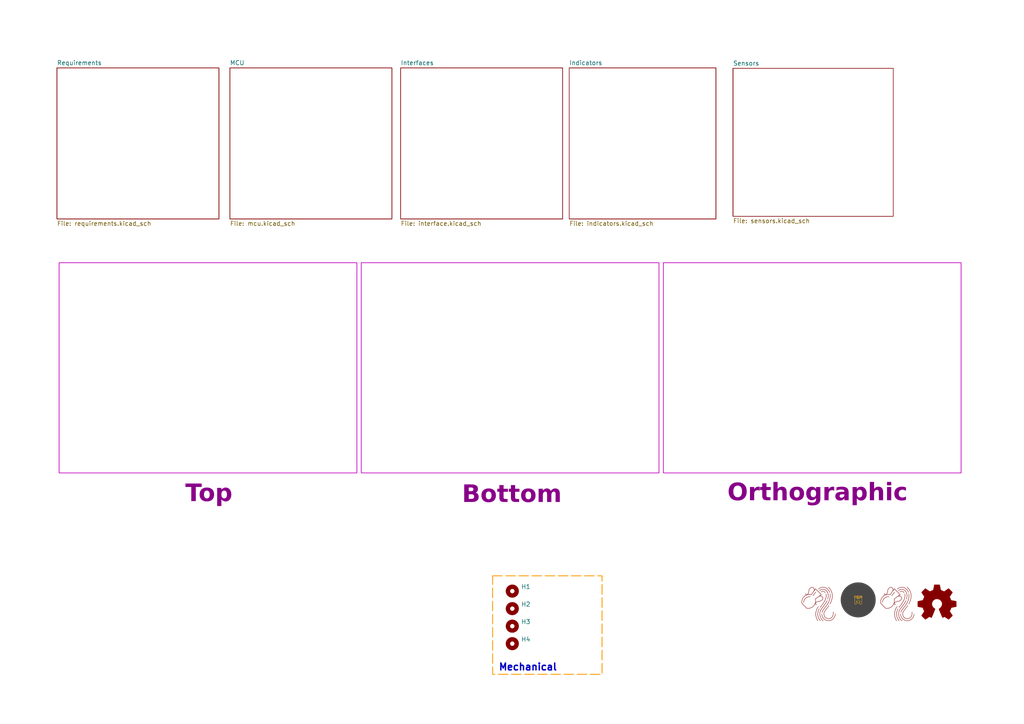
<source format=kicad_sch>
(kicad_sch (version 20250114) (generator "eeschema") (generator_version "9.0")
  (paper "A4")
  (title_block (title "Environment Module") (date "<<release-date>>") (rev "<<tag>>") (comment 1 "<<hash>>"))
  (lib_symbols
    (symbol "CRGM Logos:Aquarius Logo")
    (symbol "CRGM Logos:CRGM Logo")
    (symbol "Graphic:Logo_Open_Hardware_Small" (in_bom no) (on_board no))
    (symbol "Mechanical:MountingHole" (pin_names (offset 1.016)) (in_bom no)
      (property "Reference" "H" (at 0 5.08 0))
      (property "Value" "MountingHole" (at 0 3.175 0))
    )
  )
  (rectangle (start 142.875 167.005) (end 174.625 195.58) (stroke (width 0.254) (type dash) (color 255 153 0 1)))
  (rectangle (start 17.145 76.2) (end 103.505 137.16) (stroke (width 0.2) (color 194 0 194 1)))
  (rectangle (start 104.775 76.2) (end 191.135 137.16) (stroke (width 0.2) (color 194 0 194 1)))
  (rectangle (start 192.405 76.2) (end 278.765 137.16) (stroke (width 0.2) (color 194 0 194 1)))
  (text "Mechanical" (at 144.526 194.818 0) (effects (font (size 2 2) (thickness 0.4) (bold yes)) (justify left bottom)))
  (text "Bottom" (at 148.463 145.034 0) (effects (font (size 5 5) (bold yes))))
  (text "Orthographic" (at 237.109 144.526 0) (effects (font (size 5 5) (bold yes))))
  (text "Top" (at 60.579 144.78 0) (effects (font (size 5 5) (bold yes))))
  (symbol (lib_id "Mechanical:MountingHole") (at 148.59 171.45 0) (unit 1) (in_bom no)
    (property "Reference" "H1" (at 151.13 170.1799 0) (effects (justify left)))
    (property "Value" "MountingHole" (effects (hide yes)))
    (property "Footprint" "CRGM Mechanical:MountingHole_3.2mm_M3_Pad_Via" (effects (hide yes)))
    (property "Description" "Mounting Hole without connection" (effects (hide yes)))
  )
  (symbol (lib_id "CRGM Logos:Aquarius Logo") (at 260.35 175.26 0) (unit 1) (in_bom no)
    (property "Reference" "LOGO1" (effects (hide yes)))
    (property "Footprint" "CRGM Logos:Aquarius Logo 8mm" (effects (hide yes)))
  )
  (symbol (lib_id "Mechanical:MountingHole") (at 148.59 181.61 0) (unit 1) (in_bom no)
    (property "Reference" "H3" (at 151.13 180.3399 0) (effects (justify left)))
    (property "Value" "MountingHole" (effects (hide yes)))
    (property "Footprint" "CRGM Mechanical:MountingHole_3.2mm_M3_Pad_Via" (effects (hide yes)))
    (property "Description" "Mounting Hole without connection" (effects (hide yes)))
  )
  (symbol (lib_id "Graphic:Logo_Open_Hardware_Small") (at 271.78 175.26 0) (unit 1) (in_bom no)
    (property "Reference" "LOGO3" (effects (hide yes)))
    (property "Value" "Logo_Open_Hardware_Small" (effects (hide yes)))
    (property "Footprint" "Symbol:OSHW-Logo_5.7x6mm_SilkScreen" (effects (hide yes)))
    (property "Description" "Open Hardware logo, small" (effects (hide yes)))
  )
  (symbol (lib_id "Mechanical:MountingHole") (at 148.59 176.53 0) (unit 1) (in_bom no)
    (property "Reference" "H2" (at 151.13 175.2599 0) (effects (justify left)))
    (property "Value" "MountingHole" (effects (hide yes)))
    (property "Footprint" "CRGM Mechanical:MountingHole_3.2mm_M3_Pad_Via" (effects (hide yes)))
    (property "Description" "Mounting Hole without connection" (effects (hide yes)))
  )
  (symbol (lib_id "CRGM Logos:CRGM Logo") (at 248.92 173.99 0) (unit 1) (in_bom no)
    (property "Reference" "LOGO4" (effects (hide yes)))
    (property "Value" "~" (at 248.92 173.99 0))
    (property "Footprint" "CRGM Logos:CRGM Logo 5mm" (effects (hide yes)))
  )
  (symbol (lib_id "CRGM Logos:Aquarius Logo") (at 237.49 175.26 0) (unit 1) (in_bom no)
    (property "Reference" "LOGO2" (effects (hide yes)))
    (property "Footprint" "CRGM Logos:Aquarius Logo 8mm" (effects (hide yes)))
  )
  (symbol (lib_id "Mechanical:MountingHole") (at 148.59 186.69 0) (unit 1) (in_bom no)
    (property "Reference" "H4" (at 151.13 185.4199 0) (effects (justify left)))
    (property "Value" "MountingHole" (effects (hide yes)))
    (property "Footprint" "CRGM Mechanical:MountingHole_3.2mm_M3_Pad_Via" (effects (hide yes)))
    (property "Description" "Mounting Hole without connection" (effects (hide yes)))
  )
  (sheet (at 212.598 19.812) (size 46.482 42.926) (stroke (width 0.1524))
    (property "Sheetname" "Sensors" (at 212.598 19.1004 0) (effects (justify left bottom)))
    (property "Sheetfile" "sensors.kicad_sch" (at 212.598 63.3226 0) (effects (justify left top)))
  )
  (sheet (at 165.1 19.685) (size 42.545 43.815) (stroke (width 0.1524))
    (property "Sheetname" "Indicators" (at 165.1 18.9734 0) (effects (justify left bottom)))
    (property "Sheetfile" "indicators.kicad_sch" (at 165.1 64.0846 0) (effects (justify left top)))
  )
  (sheet (at 66.675 19.685) (size 46.99 43.815) (stroke (width 0.1524))
    (property "Sheetname" "MCU" (at 66.675 18.9734 0) (effects (justify left bottom)))
    (property "Sheetfile" "mcu.kicad_sch" (at 66.675 64.0846 0) (effects (justify left top)))
  )
  (sheet (at 16.51 19.685) (size 46.99 43.815) (stroke (width 0.1524))
    (property "Sheetname" "Requirements" (at 16.51 18.9734 0) (effects (justify left bottom)))
    (property "Sheetfile" "requirements.kicad_sch" (at 16.51 64.0846 0) (effects (justify left top)))
  )
  (sheet (at 116.205 19.685) (size 46.99 43.815) (stroke (width 0.1524))
    (property "Sheetname" "Interfaces" (at 116.205 18.9734 0) (effects (justify left bottom)))
    (property "Sheetfile" "interface.kicad_sch" (at 116.205 64.0846 0) (effects (justify left top)))
  )
)
</source>
